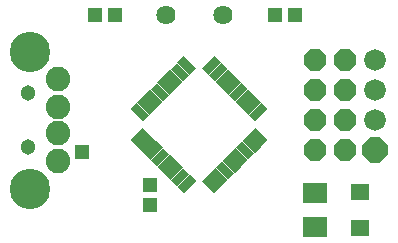
<source format=gts>
G75*
%MOIN*%
%OFA0B0*%
%FSLAX25Y25*%
%IPPOS*%
%LPD*%
%AMOC8*
5,1,8,0,0,1.08239X$1,22.5*
%
%ADD10R,0.04737X0.05131*%
%ADD11R,0.05131X0.04737*%
%ADD12R,0.06312X0.05524*%
%ADD13C,0.08200*%
%ADD14C,0.13461*%
%ADD15C,0.05131*%
%ADD16R,0.07887X0.07099*%
%ADD17R,0.05800X0.03000*%
%ADD18R,0.03000X0.05800*%
%ADD19C,0.06400*%
%ADD20OC8,0.07400*%
%ADD21C,0.07200*%
%ADD22OC8,0.08400*%
%ADD23R,0.05162X0.05162*%
D10*
X0111479Y0023154D03*
X0111479Y0029846D03*
D11*
X0099825Y0086500D03*
X0093132Y0086500D03*
X0153132Y0086500D03*
X0159825Y0086500D03*
D12*
X0181479Y0027406D03*
X0181479Y0015594D03*
D13*
X0080928Y0037720D03*
X0080928Y0047063D03*
X0080928Y0055937D03*
X0080928Y0065280D03*
D14*
X0071479Y0028665D03*
X0071479Y0074335D03*
D15*
X0071085Y0060358D03*
X0071085Y0042642D03*
D16*
X0166479Y0027012D03*
X0166479Y0015988D03*
D17*
G36*
X0120677Y0029302D02*
X0124777Y0033402D01*
X0126899Y0031280D01*
X0122799Y0027180D01*
X0120677Y0029302D01*
G37*
G36*
X0118450Y0031529D02*
X0122550Y0035629D01*
X0124672Y0033507D01*
X0120572Y0029407D01*
X0118450Y0031529D01*
G37*
G36*
X0116223Y0033756D02*
X0120323Y0037856D01*
X0122445Y0035734D01*
X0118345Y0031634D01*
X0116223Y0033756D01*
G37*
G36*
X0113996Y0035983D02*
X0118096Y0040083D01*
X0120218Y0037961D01*
X0116118Y0033861D01*
X0113996Y0035983D01*
G37*
G36*
X0111769Y0038210D02*
X0115869Y0042310D01*
X0117991Y0040188D01*
X0113891Y0036088D01*
X0111769Y0038210D01*
G37*
G36*
X0109541Y0040437D02*
X0113641Y0044537D01*
X0115763Y0042415D01*
X0111663Y0038315D01*
X0109541Y0040437D01*
G37*
G36*
X0107314Y0042664D02*
X0111414Y0046764D01*
X0113536Y0044642D01*
X0109436Y0040542D01*
X0107314Y0042664D01*
G37*
G36*
X0105087Y0044891D02*
X0109187Y0048991D01*
X0111309Y0046869D01*
X0107209Y0042769D01*
X0105087Y0044891D01*
G37*
G36*
X0137896Y0059883D02*
X0141996Y0063983D01*
X0144118Y0061861D01*
X0140018Y0057761D01*
X0137896Y0059883D01*
G37*
G36*
X0135669Y0062110D02*
X0139769Y0066210D01*
X0141891Y0064088D01*
X0137791Y0059988D01*
X0135669Y0062110D01*
G37*
G36*
X0133442Y0064337D02*
X0137542Y0068437D01*
X0139664Y0066315D01*
X0135564Y0062215D01*
X0133442Y0064337D01*
G37*
G36*
X0131215Y0066564D02*
X0135315Y0070664D01*
X0137437Y0068542D01*
X0133337Y0064442D01*
X0131215Y0066564D01*
G37*
G36*
X0128987Y0068792D02*
X0133087Y0072892D01*
X0135209Y0070770D01*
X0131109Y0066670D01*
X0128987Y0068792D01*
G37*
G36*
X0140123Y0057656D02*
X0144223Y0061756D01*
X0146345Y0059634D01*
X0142245Y0055534D01*
X0140123Y0057656D01*
G37*
G36*
X0142350Y0055429D02*
X0146450Y0059529D01*
X0148572Y0057407D01*
X0144472Y0053307D01*
X0142350Y0055429D01*
G37*
G36*
X0144577Y0053202D02*
X0148677Y0057302D01*
X0150799Y0055180D01*
X0146699Y0051080D01*
X0144577Y0053202D01*
G37*
D18*
G36*
X0144577Y0046869D02*
X0146699Y0048991D01*
X0150799Y0044891D01*
X0148677Y0042769D01*
X0144577Y0046869D01*
G37*
G36*
X0142350Y0044642D02*
X0144472Y0046764D01*
X0148572Y0042664D01*
X0146450Y0040542D01*
X0142350Y0044642D01*
G37*
G36*
X0140123Y0042415D02*
X0142245Y0044537D01*
X0146345Y0040437D01*
X0144223Y0038315D01*
X0140123Y0042415D01*
G37*
G36*
X0137896Y0040188D02*
X0140018Y0042310D01*
X0144118Y0038210D01*
X0141996Y0036088D01*
X0137896Y0040188D01*
G37*
G36*
X0135669Y0037961D02*
X0137791Y0040083D01*
X0141891Y0035983D01*
X0139769Y0033861D01*
X0135669Y0037961D01*
G37*
G36*
X0133442Y0035734D02*
X0135564Y0037856D01*
X0139664Y0033756D01*
X0137542Y0031634D01*
X0133442Y0035734D01*
G37*
G36*
X0131215Y0033507D02*
X0133337Y0035629D01*
X0137437Y0031529D01*
X0135315Y0029407D01*
X0131215Y0033507D01*
G37*
G36*
X0128987Y0031280D02*
X0131109Y0033402D01*
X0135209Y0029302D01*
X0133087Y0027180D01*
X0128987Y0031280D01*
G37*
G36*
X0105087Y0055180D02*
X0107209Y0057302D01*
X0111309Y0053202D01*
X0109187Y0051080D01*
X0105087Y0055180D01*
G37*
G36*
X0107314Y0057407D02*
X0109436Y0059529D01*
X0113536Y0055429D01*
X0111414Y0053307D01*
X0107314Y0057407D01*
G37*
G36*
X0109541Y0059634D02*
X0111663Y0061756D01*
X0115763Y0057656D01*
X0113641Y0055534D01*
X0109541Y0059634D01*
G37*
G36*
X0111769Y0061861D02*
X0113891Y0063983D01*
X0117991Y0059883D01*
X0115869Y0057761D01*
X0111769Y0061861D01*
G37*
G36*
X0113996Y0064088D02*
X0116118Y0066210D01*
X0120218Y0062110D01*
X0118096Y0059988D01*
X0113996Y0064088D01*
G37*
G36*
X0116223Y0066315D02*
X0118345Y0068437D01*
X0122445Y0064337D01*
X0120323Y0062215D01*
X0116223Y0066315D01*
G37*
G36*
X0118450Y0068542D02*
X0120572Y0070664D01*
X0124672Y0066564D01*
X0122550Y0064442D01*
X0118450Y0068542D01*
G37*
G36*
X0120677Y0070770D02*
X0122799Y0072892D01*
X0126899Y0068792D01*
X0124777Y0066670D01*
X0120677Y0070770D01*
G37*
D19*
X0116979Y0086500D03*
X0135979Y0086500D03*
D20*
X0166479Y0071500D03*
X0176479Y0071500D03*
X0176479Y0061500D03*
X0166479Y0061500D03*
X0166479Y0051500D03*
X0176479Y0051500D03*
X0176479Y0041500D03*
X0166479Y0041500D03*
D21*
X0186479Y0051500D03*
X0186479Y0061500D03*
X0186479Y0071500D03*
D22*
X0186479Y0041500D03*
D23*
X0088979Y0041000D03*
M02*

</source>
